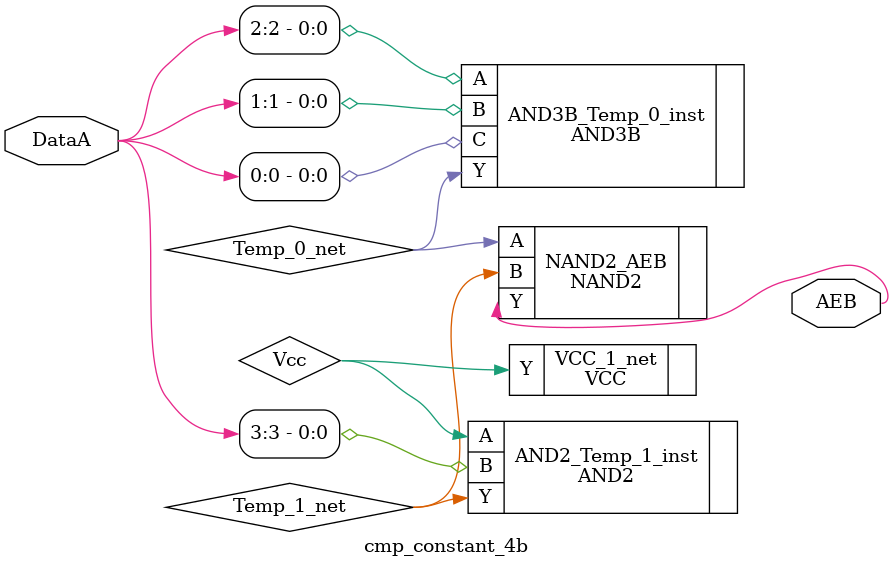
<source format=v>
`timescale 1 ns/100 ps


module cmp_constant_4b(DataA,AEB);
input [3:0] DataA;
output  AEB;

    wire Temp_0_net, Temp_1_net, Vcc;
    
    VCC VCC_1_net(.Y(Vcc));
    AND3B AND3B_Temp_0_inst(.A(DataA[2]), .B(DataA[1]), .C(
        DataA[0]), .Y(Temp_0_net));
    NAND2 NAND2_AEB(.A(Temp_0_net), .B(Temp_1_net), .Y(AEB));
    AND2 AND2_Temp_1_inst(.A(Vcc), .B(DataA[3]), .Y(Temp_1_net));
    
endmodule

// _Disclaimer: Please leave the following comments in the file, they are for internal purposes only._


// _GEN_File_Contents_

// Version:9.1.0.18
// ACTGENU_CALL:1
// BATCH:T
// FAM:ProASIC3
// OUTFORMAT:Verilog
// LPMTYPE:LPM_COMPARE
// LPM_HINT:PndgenCdec
// INSERT_PAD:NO
// INSERT_IOREG:NO
// GEN_BHV_VHDL_VAL:F
// GEN_BHV_VERILOG_VAL:F
// MGNTIMER:F
// MGNCMPL:T
// DESDIR:F:/Project/tmp/2DNMRECBP/Final_One/2D_NMR_EC_FPGA_150114/smartgen\cmp_constant_4b
// GEN_BEHV_MODULE:T
// SMARTGEN_DIE:IS8X8M2
// SMARTGEN_PACKAGE:pq208
// AGENIII_IS_SUBPROJECT_LIBERO:T
// WIDTH:4
// B_VALUE:1001
// RADIX:BIN
// AEB_POLARITY:0

// _End_Comments_


</source>
